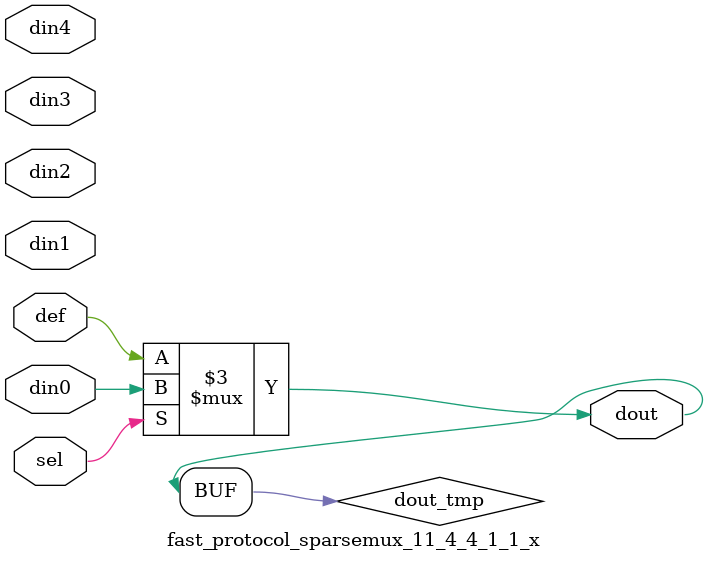
<source format=v>
`timescale 1ns / 1ps

module fast_protocol_sparsemux_11_4_4_1_1_x (din0,din1,din2,din3,din4,def,sel,dout);

parameter din0_WIDTH = 1;

parameter din1_WIDTH = 1;

parameter din2_WIDTH = 1;

parameter din3_WIDTH = 1;

parameter din4_WIDTH = 1;

parameter def_WIDTH = 1;
parameter sel_WIDTH = 1;
parameter dout_WIDTH = 1;

parameter [sel_WIDTH-1:0] CASE0 = 1;

parameter [sel_WIDTH-1:0] CASE1 = 1;

parameter [sel_WIDTH-1:0] CASE2 = 1;

parameter [sel_WIDTH-1:0] CASE3 = 1;

parameter [sel_WIDTH-1:0] CASE4 = 1;

parameter ID = 1;
parameter NUM_STAGE = 1;



input [din0_WIDTH-1:0] din0;

input [din1_WIDTH-1:0] din1;

input [din2_WIDTH-1:0] din2;

input [din3_WIDTH-1:0] din3;

input [din4_WIDTH-1:0] din4;

input [def_WIDTH-1:0] def;
input [sel_WIDTH-1:0] sel;

output [dout_WIDTH-1:0] dout;



reg [dout_WIDTH-1:0] dout_tmp;


always @ (*) begin
(* parallel_case *) case (sel)
    
    CASE0 : dout_tmp = din0;
    
    CASE1 : dout_tmp = din1;
    
    CASE2 : dout_tmp = din2;
    
    CASE3 : dout_tmp = din3;
    
    CASE4 : dout_tmp = din4;
    
    default : dout_tmp = def;
endcase
end


assign dout = dout_tmp;



endmodule

</source>
